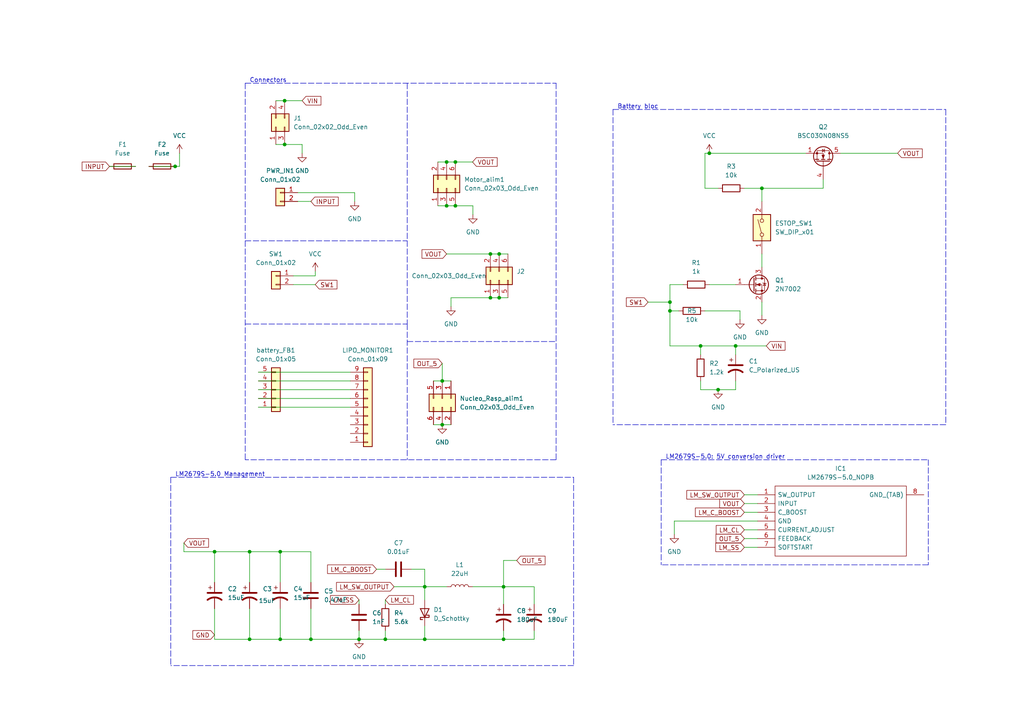
<source format=kicad_sch>
(kicad_sch (version 20211123) (generator eeschema)
  (paper "A4")
  (title_block (title "Robotont power management board eirlab") (date "2022-06-10") (rev " V1") (company "By Bonnet Lilian at Eirlab"))
  (lib_symbols
    (symbol "Connector_Generic:Conn_01x02" (pin_names (offset 1.016) hide)
      (property "Reference" "J" (at 0 2.54 0))
      (property "Value" "Conn_01x02" (at 0 -5.08 0))
      (symbol "Conn_01x02_1_1"
        (rectangle (start -1.27 -2.413) (end 0 -2.667) (stroke (width 0.1524)))
        (rectangle (start -1.27 0.127) (end 0 -0.127) (stroke (width 0.1524)))
        (rectangle (start -1.27 1.27) (end 1.27 -3.81) (stroke (width 0.254)) (fill (type background)))
        (pin passive line (at -5.08 0 0) (length 3.81) (name "Pin_1") (number "1"))
        (pin passive line (at -5.08 -2.54 0) (length 3.81) (name "Pin_2") (number "2"))
      )
    )
    (symbol "Connector_Generic:Conn_01x05" (pin_names (offset 1.016) hide)
      (property "Reference" "J" (at 0 7.62 0))
      (property "Value" "Conn_01x05" (at 0 -7.62 0))
      (symbol "Conn_01x05_1_1"
        (rectangle (start -1.27 -4.953) (end 0 -5.207) (stroke (width 0.1524)))
        (rectangle (start -1.27 -2.413) (end 0 -2.667) (stroke (width 0.1524)))
        (rectangle (start -1.27 0.127) (end 0 -0.127) (stroke (width 0.1524)))
        (rectangle (start -1.27 2.667) (end 0 2.413) (stroke (width 0.1524)))
        (rectangle (start -1.27 5.207) (end 0 4.953) (stroke (width 0.1524)))
        (rectangle (start -1.27 6.35) (end 1.27 -6.35) (stroke (width 0.254)) (fill (type background)))
        (pin passive line (at -5.08 5.08 0) (length 3.81) (name "Pin_1") (number "1"))
        (pin passive line (at -5.08 2.54 0) (length 3.81) (name "Pin_2") (number "2"))
        (pin passive line (at -5.08 0 0) (length 3.81) (name "Pin_3") (number "3"))
        (pin passive line (at -5.08 -2.54 0) (length 3.81) (name "Pin_4") (number "4"))
        (pin passive line (at -5.08 -5.08 0) (length 3.81) (name "Pin_5") (number "5"))
      )
    )
    (symbol "Connector_Generic:Conn_01x09" (pin_names (offset 1.016) hide)
      (property "Reference" "J" (at 0 12.7 0))
      (property "Value" "Conn_01x09" (at 0 -12.7 0))
      (symbol "Conn_01x09_1_1"
        (rectangle (start -1.27 -10.033) (end 0 -10.287) (stroke (width 0.1524)))
        (rectangle (start -1.27 -7.493) (end 0 -7.747) (stroke (width 0.1524)))
        (rectangle (start -1.27 -4.953) (end 0 -5.207) (stroke (width 0.1524)))
        (rectangle (start -1.27 -2.413) (end 0 -2.667) (stroke (width 0.1524)))
        (rectangle (start -1.27 0.127) (end 0 -0.127) (stroke (width 0.1524)))
        (rectangle (start -1.27 2.667) (end 0 2.413) (stroke (width 0.1524)))
        (rectangle (start -1.27 5.207) (end 0 4.953) (stroke (width 0.1524)))
        (rectangle (start -1.27 7.747) (end 0 7.493) (stroke (width 0.1524)))
        (rectangle (start -1.27 10.287) (end 0 10.033) (stroke (width 0.1524)))
        (rectangle (start -1.27 11.43) (end 1.27 -11.43) (stroke (width 0.254)) (fill (type background)))
        (pin passive line (at -5.08 10.16 0) (length 3.81) (name "Pin_1") (number "1"))
        (pin passive line (at -5.08 7.62 0) (length 3.81) (name "Pin_2") (number "2"))
        (pin passive line (at -5.08 5.08 0) (length 3.81) (name "Pin_3") (number "3"))
        (pin passive line (at -5.08 2.54 0) (length 3.81) (name "Pin_4") (number "4"))
        (pin passive line (at -5.08 0 0) (length 3.81) (name "Pin_5") (number "5"))
        (pin passive line (at -5.08 -2.54 0) (length 3.81) (name "Pin_6") (number "6"))
        (pin passive line (at -5.08 -5.08 0) (length 3.81) (name "Pin_7") (number "7"))
        (pin passive line (at -5.08 -7.62 0) (length 3.81) (name "Pin_8") (number "8"))
        (pin passive line (at -5.08 -10.16 0) (length 3.81) (name "Pin_9") (number "9"))
      )
    )
    (symbol "Connector_Generic:Conn_02x02_Odd_Even" (pin_names (offset 1.016) hide)
      (property "Reference" "J" (at 1.27 2.54 0))
      (property "Value" "Conn_02x02_Odd_Even" (at 1.27 -5.08 0))
      (symbol "Conn_02x02_Odd_Even_1_1"
        (rectangle (start -1.27 -2.413) (end 0 -2.667) (stroke (width 0.1524)))
        (rectangle (start -1.27 0.127) (end 0 -0.127) (stroke (width 0.1524)))
        (rectangle (start -1.27 1.27) (end 3.81 -3.81) (stroke (width 0.254)) (fill (type background)))
        (rectangle (start 3.81 -2.413) (end 2.54 -2.667) (stroke (width 0.1524)))
        (rectangle (start 3.81 0.127) (end 2.54 -0.127) (stroke (width 0.1524)))
        (pin passive line (at -5.08 0 0) (length 3.81) (name "Pin_1") (number "1"))
        (pin passive line (at 7.62 0 180) (length 3.81) (name "Pin_2") (number "2"))
        (pin passive line (at -5.08 -2.54 0) (length 3.81) (name "Pin_3") (number "3"))
        (pin passive line (at 7.62 -2.54 180) (length 3.81) (name "Pin_4") (number "4"))
      )
    )
    (symbol "Connector_Generic:Conn_02x03_Odd_Even" (pin_names (offset 1.016) hide)
      (property "Reference" "J" (at 1.27 5.08 0))
      (property "Value" "Conn_02x03_Odd_Even" (at 1.27 -5.08 0))
      (symbol "Conn_02x03_Odd_Even_1_1"
        (rectangle (start -1.27 -2.413) (end 0 -2.667) (stroke (width 0.1524)))
        (rectangle (start -1.27 0.127) (end 0 -0.127) (stroke (width 0.1524)))
        (rectangle (start -1.27 2.667) (end 0 2.413) (stroke (width 0.1524)))
        (rectangle (start -1.27 3.81) (end 3.81 -3.81) (stroke (width 0.254)) (fill (type background)))
        (rectangle (start 3.81 -2.413) (end 2.54 -2.667) (stroke (width 0.1524)))
        (rectangle (start 3.81 0.127) (end 2.54 -0.127) (stroke (width 0.1524)))
        (rectangle (start 3.81 2.667) (end 2.54 2.413) (stroke (width 0.1524)))
        (pin passive line (at -5.08 2.54 0) (length 3.81) (name "Pin_1") (number "1"))
        (pin passive line (at 7.62 2.54 180) (length 3.81) (name "Pin_2") (number "2"))
        (pin passive line (at -5.08 0 0) (length 3.81) (name "Pin_3") (number "3"))
        (pin passive line (at 7.62 0 180) (length 3.81) (name "Pin_4") (number "4"))
        (pin passive line (at -5.08 -2.54 0) (length 3.81) (name "Pin_5") (number "5"))
        (pin passive line (at 7.62 -2.54 180) (length 3.81) (name "Pin_6") (number "6"))
      )
    )
    (symbol "Device:C" (pin_numbers hide) (pin_names (offset 0.254))
      (property "Reference" "C" (at 0.635 2.54 0))
      (property "Value" "C" (at 0.635 -2.54 0))
      (symbol "C_0_1"
        (polyline (pts (xy -2.032 -0.762) (xy 2.032 -0.762)) (stroke (width 0.508)))
        (polyline (pts (xy -2.032 0.762) (xy 2.032 0.762)) (stroke (width 0.508)))
      )
      (symbol "C_1_1"
        (pin passive line (at 0 3.81 270) (length 2.794) (name "~") (number "1"))
        (pin passive line (at 0 -3.81 90) (length 2.794) (name "~") (number "2"))
      )
    )
    (symbol "Device:C_Polarized_US" (pin_numbers hide) (pin_names (offset 0.254) hide)
      (property "Reference" "C" (at 0.635 2.54 0))
      (property "Value" "C_Polarized_US" (at 0.635 -2.54 0))
      (symbol "C_Polarized_US_0_1"
        (polyline (pts (xy -2.032 0.762) (xy 2.032 0.762)) (stroke (width 0.508)))
        (polyline (pts (xy -1.778 2.286) (xy -0.762 2.286)))
        (polyline (pts (xy -1.27 1.778) (xy -1.27 2.794)))
        (arc (start 2.032 -1.27) (mid 0 -0.5572) (end -2.032 -1.27) (stroke (width 0.508)))
      )
      (symbol "C_Polarized_US_1_1"
        (pin passive line (at 0 3.81 270) (length 2.794) (name "~") (number "1"))
        (pin passive line (at 0 -3.81 90) (length 3.302) (name "~") (number "2"))
      )
    )
    (symbol "Device:D_Schottky" (pin_numbers hide) (pin_names (offset 1.016) hide)
      (property "Reference" "D" (at 0 2.54 0))
      (property "Value" "D_Schottky" (at 0 -2.54 0))
      (symbol "D_Schottky_0_1"
        (polyline (pts (xy 1.27 0) (xy -1.27 0)))
        (polyline (pts (xy 1.27 1.27) (xy 1.27 -1.27) (xy -1.27 0) (xy 1.27 1.27)) (stroke (width 0.254)))
        (polyline (pts (xy -1.905 0.635) (xy -1.905 1.27) (xy -1.27 1.27) (xy -1.27 -1.27) (xy -0.635 -1.27) (xy -0.635 -0.635)) (stroke (width 0.254)))
      )
      (symbol "D_Schottky_1_1"
        (pin passive line (at -3.81 0 0) (length 2.54) (name "K") (number "1"))
        (pin passive line (at 3.81 0 180) (length 2.54) (name "A") (number "2"))
      )
    )
    (symbol "Device:Fuse" (pin_numbers hide) (pin_names (offset 0))
      (property "Reference" "F" (at 2.032 0 90))
      (property "Value" "Fuse" (at -1.905 0 90))
      (symbol "Fuse_0_1"
        (rectangle (start -0.762 -2.54) (end 0.762 2.54) (stroke (width 0.254)))
        (polyline (pts (xy 0 2.54) (xy 0 -2.54)))
      )
      (symbol "Fuse_1_1"
        (pin passive line (at 0 3.81 270) (length 1.27) (name "~") (number "1"))
        (pin passive line (at 0 -3.81 90) (length 1.27) (name "~") (number "2"))
      )
    )
    (symbol "Device:L" (pin_numbers hide) (pin_names (offset 1.016) hide)
      (property "Reference" "L" (at -1.27 0 90))
      (property "Value" "L" (at 1.905 0 90))
      (symbol "L_0_1"
        (arc (start 0 -2.54) (mid 0.635 -1.905) (end 0 -1.27))
        (arc (start 0 -1.27) (mid 0.635 -0.635) (end 0 0))
        (arc (start 0 0) (mid 0.635 0.635) (end 0 1.27))
        (arc (start 0 1.27) (mid 0.635 1.905) (end 0 2.54))
      )
      (symbol "L_1_1"
        (pin passive line (at 0 3.81 270) (length 1.27) (name "1") (number "1"))
        (pin passive line (at 0 -3.81 90) (length 1.27) (name "2") (number "2"))
      )
    )
    (symbol "Device:R" (pin_numbers hide) (pin_names (offset 0))
      (property "Reference" "R" (at 2.032 0 90))
      (property "Value" "R" (at 0 0 90))
      (symbol "R_0_1"
        (rectangle (start -1.016 -2.54) (end 1.016 2.54) (stroke (width 0.254)))
      )
      (symbol "R_1_1"
        (pin passive line (at 0 3.81 270) (length 1.27) (name "~") (number "1"))
        (pin passive line (at 0 -3.81 90) (length 1.27) (name "~") (number "2"))
      )
    )
    (symbol "SamacSys_Parts:LM2679S-5.0_NOPB" (pin_names (offset 0.762))
      (property "Reference" "IC" (at 44.45 7.62 0))
      (property "Value" "LM2679S-5.0_NOPB" (at 44.45 5.08 0))
      (symbol "LM2679S-5.0_NOPB_0_0"
        (pin output line (at 0 0 0) (length 5.08) (name "SW_OUTPUT") (number "1"))
        (pin input line (at 0 -2.54 0) (length 5.08) (name "INPUT") (number "2"))
        (pin passive line (at 0 -5.08 0) (length 5.08) (name "C_BOOST") (number "3"))
        (pin power_in line (at 0 -7.62 0) (length 5.08) (name "GND") (number "4"))
        (pin passive line (at 0 -10.16 0) (length 5.08) (name "CURRENT_ADJUST") (number "5"))
        (pin passive line (at 0 -12.7 0) (length 5.08) (name "FEEDBACK") (number "6"))
        (pin passive line (at 0 -15.24 0) (length 5.08) (name "SOFTSTART") (number "7"))
        (pin power_in line (at 48.26 0 180) (length 5.08) (name "GND_(TAB)") (number "8"))
      )
      (symbol "LM2679S-5.0_NOPB_0_1"
        (polyline (pts (xy 5.08 2.54) (xy 43.18 2.54) (xy 43.18 -17.78) (xy 5.08 -17.78) (xy 5.08 2.54)) (stroke (width 0.1524)))
      )
    )
    (symbol "Switch:SW_DIP_x01" (pin_names (offset 0) hide)
      (property "Reference" "SW" (at 0 3.81 0))
      (property "Value" "SW_DIP_x01" (at 0 -3.81 0))
      (symbol "SW_DIP_x01_0_0"
        (circle (center -2.032 0) (radius 0.508))
        (polyline (pts (xy -1.524 0.127) (xy 2.3622 1.1684)))
        (circle (center 2.032 0) (radius 0.508))
      )
      (symbol "SW_DIP_x01_0_1"
        (rectangle (start -3.81 2.54) (end 3.81 -2.54) (stroke (width 0.254)) (fill (type background)))
      )
      (symbol "SW_DIP_x01_1_1"
        (pin passive line (at -7.62 0 0) (length 5.08) (name "~") (number "1"))
        (pin passive line (at 7.62 0 180) (length 5.08) (name "~") (number "2"))
      )
    )
    (symbol "Transistor_FET:2N7002" (pin_names hide)
      (property "Reference" "Q" (at 5.08 1.905 0))
      (property "Value" "2N7002" (at 5.08 0 0))
      (symbol "2N7002_0_1"
        (polyline (pts (xy 0.254 0) (xy -2.54 0)))
        (polyline (pts (xy 0.254 1.905) (xy 0.254 -1.905)) (stroke (width 0.254)))
        (polyline (pts (xy 0.762 -1.27) (xy 0.762 -2.286)) (stroke (width 0.254)))
        (polyline (pts (xy 0.762 0.508) (xy 0.762 -0.508)) (stroke (width 0.254)))
        (polyline (pts (xy 0.762 2.286) (xy 0.762 1.27)) (stroke (width 0.254)))
        (polyline (pts (xy 2.54 2.54) (xy 2.54 1.778)))
        (polyline (pts (xy 2.54 -2.54) (xy 2.54 0) (xy 0.762 0)))
        (polyline (pts (xy 0.762 -1.778) (xy 3.302 -1.778) (xy 3.302 1.778) (xy 0.762 1.778)))
        (polyline (pts (xy 1.016 0) (xy 2.032 0.381) (xy 2.032 -0.381) (xy 1.016 0)) (fill (type outline)))
        (polyline (pts (xy 2.794 0.508) (xy 2.921 0.381) (xy 3.683 0.381) (xy 3.81 0.254)))
        (polyline (pts (xy 3.302 0.381) (xy 2.921 -0.254) (xy 3.683 -0.254) (xy 3.302 0.381)))
        (circle (center 1.651 0) (radius 2.794) (stroke (width 0.254)))
        (circle (center 2.54 -1.778) (radius 0.254) (fill (type outline)))
        (circle (center 2.54 1.778) (radius 0.254) (fill (type outline)))
      )
      (symbol "2N7002_1_1"
        (pin input line (at -5.08 0 0) (length 2.54) (name "G") (number "1"))
        (pin passive line (at 2.54 -5.08 90) (length 2.54) (name "S") (number "2"))
        (pin passive line (at 2.54 5.08 270) (length 2.54) (name "D") (number "3"))
      )
    )
    (symbol "Transistor_FET:BSC030N08NS5" (pin_names hide)
      (property "Reference" "Q" (at 5.08 1.905 0))
      (property "Value" "BSC030N08NS5" (at 5.08 0 0))
      (symbol "BSC030N08NS5_0_1"
        (polyline (pts (xy 0.254 0) (xy -2.54 0)))
        (polyline (pts (xy 0.254 1.905) (xy 0.254 -1.905)) (stroke (width 0.254)))
        (polyline (pts (xy 0.762 -1.27) (xy 0.762 -2.286)) (stroke (width 0.254)))
        (polyline (pts (xy 0.762 0.508) (xy 0.762 -0.508)) (stroke (width 0.254)))
        (polyline (pts (xy 0.762 2.286) (xy 0.762 1.27)) (stroke (width 0.254)))
        (polyline (pts (xy 2.54 2.54) (xy 2.54 1.778)))
        (polyline (pts (xy 2.54 -2.54) (xy 2.54 0) (xy 0.762 0)))
        (polyline (pts (xy 0.762 -1.778) (xy 3.302 -1.778) (xy 3.302 1.778) (xy 0.762 1.778)))
        (polyline (pts (xy 1.016 0) (xy 2.032 0.381) (xy 2.032 -0.381) (xy 1.016 0)) (fill (type outline)))
        (polyline (pts (xy 2.794 0.508) (xy 2.921 0.381) (xy 3.683 0.381) (xy 3.81 0.254)))
        (polyline (pts (xy 3.302 0.381) (xy 2.921 -0.254) (xy 3.683 -0.254) (xy 3.302 0.381)))
        (circle (center 1.651 0) (radius 2.794) (stroke (width 0.254)))
        (circle (center 2.54 -1.778) (radius 0.254) (fill (type outline)))
        (circle (center 2.54 1.778) (radius 0.254) (fill (type outline)))
      )
      (symbol "BSC030N08NS5_1_1"
        (pin passive line (at 2.54 -5.08 90) (length 2.54) (name "S") (number "1"))
        (pin passive line (at 2.54 -5.08 90) (length 2.54) hide (name "S") (number "2"))
        (pin passive line (at 2.54 -5.08 90) (length 2.54) hide (name "S") (number "3"))
        (pin passive line (at -5.08 0 0) (length 2.54) (name "G") (number "4"))
        (pin passive line (at 2.54 5.08 270) (length 2.54) (name "D") (number "5"))
      )
    )
    (symbol "power:GND" (power) (pin_names (offset 0))
      (property "Value" "GND" (at 0 -3.81 0))
      (symbol "GND_0_1"
        (polyline (pts (xy 0 0) (xy 0 -1.27) (xy 1.27 -1.27) (xy 0 -2.54) (xy -1.27 -1.27) (xy 0 -1.27)))
      )
      (symbol "GND_1_1"
        (pin power_in line (at 0 0 270) (length 0) hide (name "GND") (number "1"))
      )
    )
    (symbol "power:VCC" (power) (pin_names (offset 0))
      (property "Value" "VCC" (at 0 3.81 0))
      (symbol "VCC_0_1"
        (polyline (pts (xy -0.762 1.27) (xy 0 2.54)))
        (polyline (pts (xy 0 0) (xy 0 2.54)))
        (polyline (pts (xy 0 2.54) (xy 0.762 1.27)))
      )
      (symbol "VCC_1_1"
        (pin power_in line (at 0 0 90) (length 0) hide (name "VCC") (number "1"))
      )
    )
  )
  (junction (at 72.39 185.42))
  (junction (at 50.8 48.26))
  (junction (at 142.24 86.36))
  (junction (at 82.55 41.91))
  (junction (at 128.27 110.49))
  (junction (at 144.78 73.66))
  (junction (at 62.23 160.02))
  (junction (at 129.54 59.69))
  (junction (at 203.2 100.33))
  (junction (at 123.19 170.18))
  (junction (at 213.36 100.33))
  (junction (at 82.55 29.21))
  (junction (at 146.05 185.42))
  (junction (at 104.14 185.42))
  (junction (at 81.28 160.02))
  (junction (at 146.05 170.18))
  (junction (at 144.78 86.36))
  (junction (at 220.98 54.61))
  (junction (at 132.08 59.69))
  (junction (at 72.39 160.02))
  (junction (at 132.08 46.99))
  (junction (at 128.27 123.19))
  (junction (at 129.54 46.99))
  (junction (at 194.31 90.17))
  (junction (at 123.19 185.42))
  (junction (at 208.28 113.03))
  (junction (at 194.31 87.63))
  (junction (at 90.17 185.42))
  (junction (at 142.24 73.66))
  (junction (at 205.74 44.45))
  (junction (at 81.28 185.42))
  (junction (at 111.76 185.42))
  (wire (pts (xy 109.22 165.1) (xy 111.76 165.1)))
  (wire (pts (xy 238.76 54.61) (xy 220.98 54.61)))
  (polyline (pts (xy 177.8 31.75) (xy 274.32 31.75)))
  (wire (pts (xy 52.07 44.45) (xy 52.07 48.26)))
  (polyline (pts (xy 49.53 138.43) (xy 166.37 138.43)))
  (wire (pts (xy 85.09 82.55) (xy 91.44 82.55)))
  (polyline (pts (xy 118.11 93.98) (xy 118.11 133.35)))
  (wire (pts (xy 146.05 170.18) (xy 146.05 175.26)))
  (polyline (pts (xy 269.24 163.83) (xy 191.77 163.83)))
  (wire (pts (xy 194.31 87.63) (xy 194.31 90.17)))
  (polyline (pts (xy 161.29 24.13) (xy 161.29 133.35)))
  (wire (pts (xy 205.74 82.55) (xy 213.36 82.55)))
  (polyline (pts (xy 274.32 123.19) (xy 177.8 123.19)))
  (wire (pts (xy 137.16 59.69) (xy 137.16 62.23)))
  (wire (pts (xy 82.55 29.21) (xy 87.63 29.21)))
  (wire (pts (xy 74.93 118.11) (xy 101.6 118.11)))
  (wire (pts (xy 187.96 87.63) (xy 194.31 87.63)))
  (wire (pts (xy 114.3 170.18) (xy 123.19 170.18)))
  (wire (pts (xy 85.09 80.01) (xy 91.44 80.01)))
  (wire (pts (xy 215.9 146.05) (xy 219.71 146.05)))
  (polyline (pts (xy 166.37 138.43) (xy 166.37 193.04)))
  (polyline (pts (xy 71.12 24.13) (xy 71.12 133.35)))
  (wire (pts (xy 111.76 173.99) (xy 111.76 175.26)))
  (wire (pts (xy 62.23 176.53) (xy 62.23 185.42)))
  (wire (pts (xy 72.39 185.42) (xy 81.28 185.42)))
  (wire (pts (xy 132.08 59.69) (xy 137.16 59.69)))
  (wire (pts (xy 195.58 151.13) (xy 195.58 154.94)))
  (wire (pts (xy 214.63 90.17) (xy 214.63 92.71)))
  (polyline (pts (xy 166.37 193.04) (xy 49.53 193.04)))
  (wire (pts (xy 43.18 48.26) (xy 50.8 48.26)))
  (wire (pts (xy 219.71 151.13) (xy 195.58 151.13)))
  (wire (pts (xy 90.17 176.53) (xy 90.17 185.42)))
  (wire (pts (xy 82.55 41.91) (xy 87.63 41.91)))
  (wire (pts (xy 213.36 100.33) (xy 203.2 100.33)))
  (polyline (pts (xy 274.32 31.75) (xy 274.32 123.19)))
  (wire (pts (xy 72.39 160.02) (xy 81.28 160.02)))
  (polyline (pts (xy 118.11 99.06) (xy 161.29 99.06)))
  (wire (pts (xy 81.28 160.02) (xy 90.17 160.02)))
  (polyline (pts (xy 177.8 31.75) (xy 177.8 123.19)))
  (wire (pts (xy 146.05 170.18) (xy 146.05 162.56)))
  (wire (pts (xy 194.31 82.55) (xy 194.31 87.63)))
  (wire (pts (xy 53.34 160.02) (xy 62.23 160.02)))
  (wire (pts (xy 129.54 46.99) (xy 132.08 46.99)))
  (polyline (pts (xy 118.11 24.13) (xy 118.11 93.98)))
  (wire (pts (xy 31.75 48.26) (xy 39.37 48.26)))
  (wire (pts (xy 204.47 54.61) (xy 204.47 44.45)))
  (wire (pts (xy 220.98 58.42) (xy 220.98 54.61)))
  (wire (pts (xy 128.27 110.49) (xy 130.81 110.49)))
  (wire (pts (xy 194.31 100.33) (xy 203.2 100.33)))
  (wire (pts (xy 74.93 113.03) (xy 101.6 113.03)))
  (wire (pts (xy 128.27 105.41) (xy 128.27 110.49)))
  (wire (pts (xy 146.05 162.56) (xy 149.86 162.56)))
  (wire (pts (xy 129.54 73.66) (xy 142.24 73.66)))
  (wire (pts (xy 111.76 185.42) (xy 123.19 185.42)))
  (wire (pts (xy 154.94 175.26) (xy 154.94 170.18)))
  (wire (pts (xy 215.9 158.75) (xy 219.71 158.75)))
  (wire (pts (xy 154.94 182.88) (xy 154.94 185.42)))
  (wire (pts (xy 111.76 182.88) (xy 111.76 185.42)))
  (wire (pts (xy 72.39 176.53) (xy 72.39 185.42)))
  (wire (pts (xy 81.28 160.02) (xy 81.28 168.91)))
  (wire (pts (xy 203.2 110.49) (xy 203.2 113.03)))
  (wire (pts (xy 81.28 176.53) (xy 81.28 185.42)))
  (wire (pts (xy 204.47 90.17) (xy 214.63 90.17)))
  (wire (pts (xy 74.93 110.49) (xy 101.6 110.49)))
  (wire (pts (xy 213.36 100.33) (xy 213.36 102.87)))
  (wire (pts (xy 215.9 156.21) (xy 219.71 156.21)))
  (wire (pts (xy 81.28 185.42) (xy 90.17 185.42)))
  (polyline (pts (xy 161.29 133.35) (xy 71.12 133.35)))
  (wire (pts (xy 243.84 44.45) (xy 260.35 44.45)))
  (wire (pts (xy 104.14 173.99) (xy 104.14 175.26)))
  (wire (pts (xy 203.2 100.33) (xy 203.2 102.87)))
  (wire (pts (xy 86.36 58.42) (xy 90.17 58.42)))
  (wire (pts (xy 72.39 160.02) (xy 72.39 168.91)))
  (wire (pts (xy 53.34 157.48) (xy 53.34 160.02)))
  (wire (pts (xy 154.94 170.18) (xy 146.05 170.18)))
  (wire (pts (xy 208.28 113.03) (xy 213.36 113.03)))
  (wire (pts (xy 215.9 143.51) (xy 219.71 143.51)))
  (wire (pts (xy 62.23 160.02) (xy 72.39 160.02)))
  (wire (pts (xy 215.9 153.67) (xy 219.71 153.67)))
  (polyline (pts (xy 191.77 133.35) (xy 269.24 133.35)))
  (wire (pts (xy 62.23 185.42) (xy 72.39 185.42)))
  (wire (pts (xy 125.73 123.19) (xy 128.27 123.19)))
  (wire (pts (xy 123.19 185.42) (xy 146.05 185.42)))
  (polyline (pts (xy 71.12 24.13) (xy 161.29 24.13)))
  (wire (pts (xy 104.14 182.88) (xy 104.14 185.42)))
  (wire (pts (xy 194.31 82.55) (xy 198.12 82.55)))
  (wire (pts (xy 130.81 86.36) (xy 142.24 86.36)))
  (wire (pts (xy 204.47 44.45) (xy 205.74 44.45)))
  (wire (pts (xy 52.07 48.26) (xy 50.8 48.26)))
  (wire (pts (xy 127 46.99) (xy 129.54 46.99)))
  (wire (pts (xy 213.36 100.33) (xy 222.25 100.33)))
  (wire (pts (xy 146.05 185.42) (xy 154.94 185.42)))
  (wire (pts (xy 194.31 90.17) (xy 196.85 90.17)))
  (wire (pts (xy 208.28 54.61) (xy 204.47 54.61)))
  (wire (pts (xy 87.63 41.91) (xy 87.63 44.45)))
  (wire (pts (xy 90.17 160.02) (xy 90.17 168.91)))
  (polyline (pts (xy 191.77 133.35) (xy 191.77 163.83)))
  (wire (pts (xy 130.81 86.36) (xy 130.81 88.9)))
  (wire (pts (xy 123.19 181.61) (xy 123.19 185.42)))
  (wire (pts (xy 194.31 90.17) (xy 194.31 100.33)))
  (wire (pts (xy 220.98 87.63) (xy 220.98 91.44)))
  (wire (pts (xy 123.19 173.99) (xy 123.19 170.18)))
  (wire (pts (xy 86.36 55.88) (xy 102.87 55.88)))
  (wire (pts (xy 144.78 86.36) (xy 147.32 86.36)))
  (wire (pts (xy 74.93 115.57) (xy 101.6 115.57)))
  (wire (pts (xy 144.78 73.66) (xy 147.32 73.66)))
  (wire (pts (xy 127 59.69) (xy 129.54 59.69)))
  (wire (pts (xy 137.16 170.18) (xy 146.05 170.18)))
  (wire (pts (xy 62.23 160.02) (xy 62.23 168.91)))
  (wire (pts (xy 220.98 54.61) (xy 215.9 54.61)))
  (polyline (pts (xy 269.24 133.35) (xy 269.24 163.83)))
  (wire (pts (xy 238.76 52.07) (xy 238.76 54.61)))
  (wire (pts (xy 220.98 73.66) (xy 220.98 77.47)))
  (wire (pts (xy 90.17 185.42) (xy 104.14 185.42)))
  (wire (pts (xy 128.27 123.19) (xy 130.81 123.19)))
  (wire (pts (xy 146.05 182.88) (xy 146.05 185.42)))
  (wire (pts (xy 125.73 110.49) (xy 128.27 110.49)))
  (wire (pts (xy 129.54 59.69) (xy 132.08 59.69)))
  (wire (pts (xy 104.14 185.42) (xy 111.76 185.42)))
  (wire (pts (xy 102.87 55.88) (xy 102.87 58.42)))
  (wire (pts (xy 80.01 41.91) (xy 82.55 41.91)))
  (wire (pts (xy 119.38 165.1) (xy 123.19 165.1)))
  (wire (pts (xy 74.93 107.95) (xy 101.6 107.95)))
  (wire (pts (xy 203.2 113.03) (xy 208.28 113.03)))
  (wire (pts (xy 213.36 110.49) (xy 213.36 113.03)))
  (wire (pts (xy 123.19 170.18) (xy 129.54 170.18)))
  (polyline (pts (xy 49.53 138.43) (xy 49.53 193.04)))
  (wire (pts (xy 80.01 29.21) (xy 82.55 29.21)))
  (wire (pts (xy 215.9 148.59) (xy 219.71 148.59)))
  (wire (pts (xy 91.44 80.01) (xy 91.44 78.74)))
  (polyline (pts (xy 71.12 69.85) (xy 118.11 69.85)))
  (wire (pts (xy 205.74 44.45) (xy 233.68 44.45)))
  (wire (pts (xy 123.19 165.1) (xy 123.19 170.18)))
  (wire (pts (xy 142.24 86.36) (xy 144.78 86.36)))
  (polyline (pts (xy 71.12 93.98) (xy 118.11 93.98)))
  (wire (pts (xy 132.08 46.99) (xy 137.16 46.99)))
  (wire (pts (xy 142.24 73.66) (xy 144.78 73.66)))
  (text "Battery bloc" (at 179.07 31.75 0) (effects (font (size 1.27 1.27)) (justify left bottom)))
  (text "LM2679S-5.0 Management" (at 50.8 138.43 0) (effects (font (size 1.27 1.27)) (justify left bottom)))
  (text "LM2679S-5.0: 5V conversion driver " (at 193.04 133.35 0) (effects (font (size 1.27 1.27)) (justify left bottom)))
  (text "Connectors" (at 72.39 24.13 0) (effects (font (size 1.27 1.27)) (justify left bottom)))
  (global_label "LM_SW_OUTPUT" (shape input) (at 215.9 143.51 180) (property "Intersheet References" "${INTERSHEET_REFS}" (effects hide)))
  (global_label "LM_C_BOOST" (shape input) (at 215.9 148.59 180) (property "Intersheet References" "${INTERSHEET_REFS}" (effects hide)))
  (global_label "GND" (shape input) (at 62.23 184.15 180) (property "Intersheet References" "${INTERSHEET_REFS}" (effects hide)))
  (global_label "VOUT" (shape input) (at 260.35 44.45 0) (property "Intersheet References" "${INTERSHEET_REFS}" (effects hide)))
  (global_label "LM_CL" (shape input) (at 111.76 173.99 0) (property "Intersheet References" "${INTERSHEET_REFS}" (effects hide)))
  (global_label "SW1" (shape input) (at 91.44 82.55 0) (property "Intersheet References" "${INTERSHEET_REFS}" (effects hide)))
  (global_label "OUT_5" (shape input) (at 128.27 105.41 180) (property "Intersheet References" "${INTERSHEET_REFS}" (effects hide)))
  (global_label "LM_SS" (shape input) (at 215.9 158.75 180) (property "Intersheet References" "${INTERSHEET_REFS}" (effects hide)))
  (global_label "LM_C_BOOST" (shape input) (at 109.22 165.1 180) (property "Intersheet References" "${INTERSHEET_REFS}" (effects hide)))
  (global_label "LM_SW_OUTPUT" (shape input) (at 114.3 170.18 180) (property "Intersheet References" "${INTERSHEET_REFS}" (effects hide)))
  (global_label "INPUT" (shape input) (at 90.17 58.42 0) (property "Intersheet References" "${INTERSHEET_REFS}" (effects hide)))
  (global_label "SW1" (shape input) (at 187.96 87.63 180) (property "Intersheet References" "${INTERSHEET_REFS}" (effects hide)))
  (global_label "VOUT" (shape input) (at 137.0522 46.99 0) (property "Intersheet References" "${INTERSHEET_REFS}" (effects hide)))
  (global_label "LM_CL" (shape input) (at 215.9 153.67 180) (property "Intersheet References" "${INTERSHEET_REFS}" (effects hide)))
  (global_label "VOUT" (shape input) (at 129.54 73.66 180) (property "Intersheet References" "${INTERSHEET_REFS}" (effects hide)))
  (global_label "OUT_5" (shape input) (at 215.9 156.21 180) (property "Intersheet References" "${INTERSHEET_REFS}" (effects hide)))
  (global_label "VIN" (shape input) (at 222.25 100.33 0) (property "Intersheet References" "${INTERSHEET_REFS}" (effects hide)))
  (global_label "LM_SS" (shape input) (at 104.14 173.99 180) (property "Intersheet References" "${INTERSHEET_REFS}" (effects hide)))
  (global_label "VOUT" (shape input) (at 53.34 157.48 0) (property "Intersheet References" "${INTERSHEET_REFS}" (effects hide)))
  (global_label "INPUT" (shape input) (at 31.75 48.26 180) (property "Intersheet References" "${INTERSHEET_REFS}" (effects hide)))
  (global_label "VIN" (shape input) (at 87.63 29.21 0) (property "Intersheet References" "${INTERSHEET_REFS}" (effects hide)))
  (global_label "VOUT" (shape input) (at 215.9 146.05 180) (property "Intersheet References" "${INTERSHEET_REFS}" (effects hide)))
  (global_label "OUT_5" (shape input) (at 149.86 162.56 0) (property "Intersheet References" "${INTERSHEET_REFS}" (effects hide)))
  (symbol (lib_id "Device:R") (at 201.93 82.55 90) (unit 1)
    (property "Reference" "R1" (at 201.93 76.2 90))
    (property "Value" "1k" (at 201.93 78.74 90))
    (property "Footprint" "Resistor_SMD:R_0805_2012Metric_Pad1.20x1.40mm_HandSolder" (effects hide))
  )
  (symbol (lib_id "Device:R") (at 203.2 106.68 0) (unit 1)
    (property "Reference" "R2" (at 205.74 105.4099 0) (effects (justify left)))
    (property "Value" "1.2k" (at 205.74 107.9499 0) (effects (justify left)))
    (property "Footprint" "Resistor_THT:R_Axial_DIN0411_L9.9mm_D3.6mm_P15.24mm_Horizontal" (effects hide))
  )
  (symbol (lib_id "Device:C_Polarized_US") (at 213.36 106.68 0) (unit 1)
    (property "Reference" "C1" (at 217.17 104.7749 0) (effects (justify left)))
    (property "Value" "C_Polarized_US" (at 217.17 107.3149 0) (effects (justify left)))
    (property "Footprint" "Capacitor_THT:CP_Radial_D10.0mm_P5.00mm" (effects hide))
  )
  (symbol (lib_id "Device:Fuse") (at 46.99 48.26 90) (unit 1)
    (property "Reference" "F2" (at 46.99 41.91 90))
    (property "Value" "Fuse" (at 46.99 44.45 90))
    (property "Footprint" "SamacSys_Parts:3522" (effects hide))
  )
  (symbol (lib_id "Transistor_FET:2N7002") (at 218.44 82.55 0) (unit 1)
    (property "Reference" "Q1" (at 224.79 81.2799 0) (effects (justify left)))
    (property "Value" "2N7002" (at 224.79 83.8199 0) (effects (justify left)))
    (property "Footprint" "Package_TO_SOT_SMD:SOT-23" (effects hide))
    (property "Datasheet" "https://www.onsemi.com/pub/Collateral/NDS7002A-D.PDF" (effects hide))
  )
  (symbol (lib_id "power:GND") (at 137.16 62.23 0) (unit 1)
    (property "Reference" "#PWR0111" (effects hide))
    (property "Value" "GND" (at 137.16 67.31 0))
  )
  (symbol (lib_id "Device:R") (at 200.66 90.17 270) (unit 1)
    (property "Reference" "R5" (at 200.66 90.17 90))
    (property "Value" "10k" (at 200.66 92.71 90))
    (property "Footprint" "Resistor_SMD:R_0805_2012Metric_Pad1.20x1.40mm_HandSolder" (effects hide))
  )
  (symbol (lib_id "Device:C_Polarized_US") (at 146.05 179.07 0) (unit 1)
    (property "Reference" "C8" (at 149.86 177.1649 0) (effects (justify left)))
    (property "Value" "180uF" (at 149.86 179.7049 0) (effects (justify left)))
    (property "Footprint" "Capacitor_THT:CP_Radial_D8.0mm_P3.50mm" (effects hide))
  )
  (symbol (lib_id "power:GND") (at 87.63 44.45 0) (unit 1)
    (property "Reference" "#PWR0105" (effects hide))
    (property "Value" "GND" (at 87.63 49.53 0))
  )
  (symbol (lib_id "Connector_Generic:Conn_02x03_Odd_Even") (at 128.27 115.57 270) (unit 1)
    (property "Reference" "Nucleo_Rasp_alim1" (at 133.35 115.5699 90) (effects (justify left)))
    (property "Value" "Conn_02x03_Odd_Even" (at 133.35 118.1099 90) (effects (justify left)))
    (property "Footprint" "Connector_PinHeader_2.54mm:PinHeader_2x03_P2.54mm_Vertical" (effects hide))
  )
  (symbol (lib_id "power:VCC") (at 205.74 44.45 0) (unit 1)
    (property "Reference" "#PWR0106" (effects hide))
    (property "Value" "VCC" (at 205.74 39.37 0))
  )
  (symbol (lib_id "power:GND") (at 102.87 58.42 0) (unit 1)
    (property "Reference" "#PWR0104" (effects hide))
    (property "Value" "GND" (at 102.87 63.5 0))
  )
  (symbol (lib_id "SamacSys_Parts:LM2679S-5.0_NOPB") (at 219.71 143.51 0) (unit 1)
    (property "Reference" "IC1" (at 243.84 135.89 0))
    (property "Value" "LM2679S-5.0_NOPB" (at 243.84 138.43 0))
    (property "Footprint" "TO127P1435X464-8N" (effects hide))
    (property "Datasheet" "http://www.ti.com/lit/ds/symlink/lm2679.pdf" (effects hide))
    (property "Description" "SIMPLE SWITCHER 8V to 40V, 5A Step-Down DC/DC Switching Regulator with Adjustable Current Limit" (effects hide))
    (property "Height" "4.64" (effects hide))
    (property "Mouser Part Number" "926-LM2679S-5.0/NOPB" (effects hide))
    (property "Mouser Price/Stock" "https://www.mouser.co.uk/ProductDetail/Texas-Instruments/LM2679S-50-NOPB?qs=X1J7HmVL2ZE98hA35Vv3sw%3D%3D" (effects hide))
    (property "Manufacturer_Name" "Texas Instruments" (effects hide))
    (property "Manufacturer_Part_Number" "LM2679S-5.0/NOPB" (effects hide))
  )
  (symbol (lib_id "Device:C") (at 104.14 179.07 0) (unit 1)
    (property "Reference" "C6" (at 107.95 177.7999 0) (effects (justify left)))
    (property "Value" "1nF" (at 107.95 180.3399 0) (effects (justify left)))
    (property "Footprint" "Capacitor_SMD:C_0805_2012Metric_Pad1.18x1.45mm_HandSolder" (effects hide))
  )
  (symbol (lib_id "power:GND") (at 128.27 123.19 0) (unit 1)
    (property "Reference" "#PWR0112" (effects hide))
    (property "Value" "GND" (at 128.27 128.27 0))
  )
  (symbol (lib_id "Connector_Generic:Conn_02x03_Odd_Even") (at 129.54 54.61 90) (unit 1)
    (property "Reference" "Motor_alim1" (at 134.62 52.0699 90) (effects (justify right)))
    (property "Value" "Conn_02x03_Odd_Even" (at 134.62 54.6099 90) (effects (justify right)))
    (property "Footprint" "Connector_PinHeader_2.54mm:PinHeader_2x03_P2.54mm_Vertical" (effects hide))
  )
  (symbol (lib_id "Connector_Generic:Conn_01x05") (at 80.01 113.03 0) (mirror x) (unit 1)
    (property "Reference" "battery_FB1" (at 80.01 101.6 0))
    (property "Value" "Conn_01x05" (at 80.01 104.14 0))
    (property "Footprint" "Connector_JST:JST_XH_B5B-XH-A_1x05_P2.50mm_Vertical" (effects hide))
  )
  (symbol (lib_id "Device:R") (at 212.09 54.61 90) (unit 1)
    (property "Reference" "R3" (at 212.09 48.26 90))
    (property "Value" "10k" (at 212.09 50.8 90))
    (property "Footprint" "Resistor_SMD:R_0805_2012Metric_Pad1.20x1.40mm_HandSolder" (effects hide))
  )
  (symbol (lib_id "Connector_Generic:Conn_01x02") (at 81.28 55.88 0) (mirror y) (unit 1)
    (property "Reference" "PWR_IN1" (at 81.28 49.53 0))
    (property "Value" "Conn_01x02" (at 81.28 52.07 0))
    (property "Footprint" "Connector_AMASS:AMASS_XT60-M_1x02_P7.20mm_Vertical" (effects hide))
  )
  (symbol (lib_id "Switch:SW_DIP_x01") (at 220.98 66.04 90) (unit 1)
    (property "Reference" "ESTOP_SW1" (at 224.79 64.7699 90) (effects (justify right)))
    (property "Value" "SW_DIP_x01" (at 224.79 67.3099 90) (effects (justify right)))
    (property "Footprint" "Connector_PinHeader_2.54mm:PinHeader_1x02_P2.54mm_Vertical" (effects hide))
  )
  (symbol (lib_id "power:GND") (at 208.28 113.03 0) (unit 1)
    (property "Reference" "#PWR0103" (effects hide))
    (property "Value" "GND" (at 208.28 118.11 0))
  )
  (symbol (lib_id "Device:C") (at 115.57 165.1 90) (unit 1)
    (property "Reference" "C7" (at 115.57 157.48 90))
    (property "Value" "0.01uF" (at 115.57 160.02 90))
    (property "Footprint" "Capacitor_SMD:C_0805_2012Metric_Pad1.18x1.45mm_HandSolder" (effects hide))
  )
  (symbol (lib_id "power:GND") (at 195.58 154.94 0) (unit 1)
    (property "Reference" "#PWR0109" (effects hide))
    (property "Value" "GND" (at 195.58 160.02 0))
  )
  (symbol (lib_id "Device:C") (at 90.17 172.72 0) (unit 1)
    (property "Reference" "C5" (at 93.98 171.4499 0) (effects (justify left)))
    (property "Value" "0.47uF" (at 93.98 173.9899 0) (effects (justify left)))
    (property "Footprint" "Capacitor_SMD:C_0805_2012Metric_Pad1.18x1.45mm_HandSolder" (effects hide))
  )
  (symbol (lib_id "Device:C_Polarized_US") (at 81.28 172.72 0) (unit 1)
    (property "Reference" "C4" (at 85.09 170.8149 0) (effects (justify left)))
    (property "Value" "15uF" (at 85.09 173.3549 0) (effects (justify left)))
    (property "Footprint" "Capacitor_THT:CP_Radial_D6.3mm_P2.50mm" (effects hide))
  )
  (symbol (lib_id "Device:C_Polarized_US") (at 154.94 179.07 0) (unit 1)
    (property "Reference" "C9" (at 158.75 177.1649 0) (effects (justify left)))
    (property "Value" "180uF" (at 158.75 179.7049 0) (effects (justify left)))
    (property "Footprint" "Capacitor_THT:CP_Radial_D8.0mm_P3.50mm" (effects hide))
  )
  (symbol (lib_id "Device:D_Schottky") (at 123.19 177.8 90) (unit 1)
    (property "Reference" "D1" (at 125.73 176.8474 90) (effects (justify right)))
    (property "Value" "D_Schottky" (at 125.73 179.3874 90) (effects (justify right)))
    (property "Footprint" "SamacSys_Parts:MBRB1560CTE381" (effects hide))
  )
  (symbol (lib_id "Device:L") (at 133.35 170.18 90) (unit 1)
    (property "Reference" "L1" (at 133.35 163.83 90))
    (property "Value" "22uH" (at 133.35 166.37 90))
    (property "Footprint" "Inductor_SMD:L_Bourns_SRP1770TA_16.9x16.9mm" (effects hide))
  )
  (symbol (lib_id "power:GND") (at 104.14 185.42 0) (unit 1)
    (property "Reference" "#PWR0110" (effects hide))
    (property "Value" "GND" (at 104.14 190.5 0))
  )
  (symbol (lib_id "Connector_Generic:Conn_01x02") (at 80.01 80.01 0) (mirror y) (unit 1)
    (property "Reference" "SW1" (at 80.01 73.66 0))
    (property "Value" "Conn_01x02" (at 80.01 76.2 0))
    (property "Footprint" "Connector_PinHeader_2.54mm:PinHeader_1x02_P2.54mm_Vertical" (effects hide))
  )
  (symbol (lib_id "Connector_Generic:Conn_01x09") (at 106.68 118.11 0) (mirror x) (unit 1)
    (property "Reference" "LIPO_MONITOR1" (at 106.68 101.6 0))
    (property "Value" "Conn_01x09" (at 106.68 104.14 0))
    (property "Footprint" "Connector_PinSocket_2.54mm:PinSocket_1x09_P2.54mm_Horizontal" (effects hide))
  )
  (symbol (lib_id "Device:C_Polarized_US") (at 72.39 172.72 0) (unit 1)
    (property "Reference" "C3" (at 76.2 170.8149 0) (effects (justify left)))
    (property "Value" "15uF" (at 75.0123 174.226 0) (effects (justify left)))
    (property "Footprint" "Capacitor_THT:CP_Radial_D6.3mm_P2.50mm" (effects hide))
  )
  (symbol (lib_id "Connector_Generic:Conn_02x02_Odd_Even") (at 80.01 36.83 90) (unit 1)
    (property "Reference" "J1" (at 85.09 34.2899 90) (effects (justify right)))
    (property "Value" "Conn_02x02_Odd_Even" (at 85.09 36.8299 90) (effects (justify right)))
    (property "Footprint" "Connector_PinHeader_2.54mm:PinHeader_2x02_P2.54mm_Vertical" (effects hide))
  )
  (symbol (lib_id "Transistor_FET:BSC030N08NS5") (at 238.76 46.99 270) (mirror x) (unit 1)
    (property "Reference" "Q2" (at 238.76 36.83 90))
    (property "Value" "BSC030N08NS5" (at 238.76 39.37 90))
    (property "Footprint" "Package_SO:Vishay_PowerPAK_1212-8_Single" (effects hide))
    (property "Datasheet" "http://www.infineon.com/dgdl/Infineon-BSC030N08NS5-DS-v02_02-EN.pdf?fileId=5546d4624ad04ef9014aed52f4210acf" (effects hide))
  )
  (symbol (lib_id "power:GND") (at 130.81 88.9 0) (mirror y) (unit 1)
    (property "Reference" "#PWR0107" (effects hide))
    (property "Value" "GND" (at 130.81 93.98 0))
  )
  (symbol (lib_id "Connector_Generic:Conn_02x03_Odd_Even") (at 144.78 81.28 90) (unit 1)
    (property "Reference" "J2" (at 149.86 78.7399 90) (effects (justify right)))
    (property "Value" "Conn_02x03_Odd_Even" (at 119.38 80.01 90) (effects (justify right)))
    (property "Footprint" "Connector_PinHeader_2.54mm:PinHeader_2x03_P2.54mm_Vertical" (effects hide))
  )
  (symbol (lib_id "power:GND") (at 214.63 92.71 0) (unit 1)
    (property "Reference" "#PWR0108" (effects hide))
    (property "Value" "GND" (at 214.63 97.79 0))
  )
  (symbol (lib_id "power:VCC") (at 91.44 78.74 0) (unit 1)
    (property "Reference" "#PWR0113" (effects hide))
    (property "Value" "VCC" (at 91.44 73.66 0))
  )
  (symbol (lib_id "power:GND") (at 220.98 91.44 0) (unit 1)
    (property "Reference" "#PWR0102" (effects hide))
    (property "Value" "GND" (at 220.98 96.52 0))
  )
  (symbol (lib_id "Device:Fuse") (at 35.56 48.26 90) (unit 1)
    (property "Reference" "F1" (at 35.56 41.91 90))
    (property "Value" "Fuse" (at 35.56 44.45 90))
    (property "Footprint" "SamacSys_Parts:3522" (effects hide))
  )
  (symbol (lib_id "Device:C_Polarized_US") (at 62.23 172.72 0) (unit 1)
    (property "Reference" "C2" (at 66.04 170.8149 0) (effects (justify left)))
    (property "Value" "15uF" (at 66.04 173.3549 0) (effects (justify left)))
    (property "Footprint" "Capacitor_THT:CP_Radial_D6.3mm_P2.50mm" (effects hide))
  )
  (symbol (lib_id "power:VCC") (at 52.07 44.45 0) (unit 1)
    (property "Reference" "#PWR0101" (effects hide))
    (property "Value" "VCC" (at 52.07 39.37 0))
  )
  (symbol (lib_id "Device:R") (at 111.76 179.07 180) (unit 1)
    (property "Reference" "R4" (at 114.3 177.7999 0) (effects (justify right)))
    (property "Value" "5.6k" (at 114.3 180.3399 0) (effects (justify right)))
    (property "Footprint" "Resistor_SMD:R_0805_2012Metric_Pad1.20x1.40mm_HandSolder" (effects hide))
  )
)
</source>
